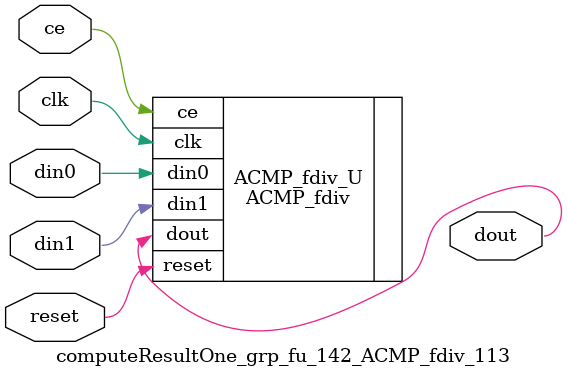
<source format=v>

`timescale 1 ns / 1 ps
module computeResultOne_grp_fu_142_ACMP_fdiv_113(
    clk,
    reset,
    ce,
    din0,
    din1,
    dout);

parameter ID = 32'd1;
parameter NUM_STAGE = 32'd1;
parameter din0_WIDTH = 32'd1;
parameter din1_WIDTH = 32'd1;
parameter dout_WIDTH = 32'd1;
input clk;
input reset;
input ce;
input[din0_WIDTH - 1:0] din0;
input[din1_WIDTH - 1:0] din1;
output[dout_WIDTH - 1:0] dout;



ACMP_fdiv #(
.ID( ID ),
.NUM_STAGE( 10 ),
.din0_WIDTH( din0_WIDTH ),
.din1_WIDTH( din1_WIDTH ),
.dout_WIDTH( dout_WIDTH ))
ACMP_fdiv_U(
    .clk( clk ),
    .reset( reset ),
    .ce( ce ),
    .din0( din0 ),
    .din1( din1 ),
    .dout( dout ));

endmodule

</source>
